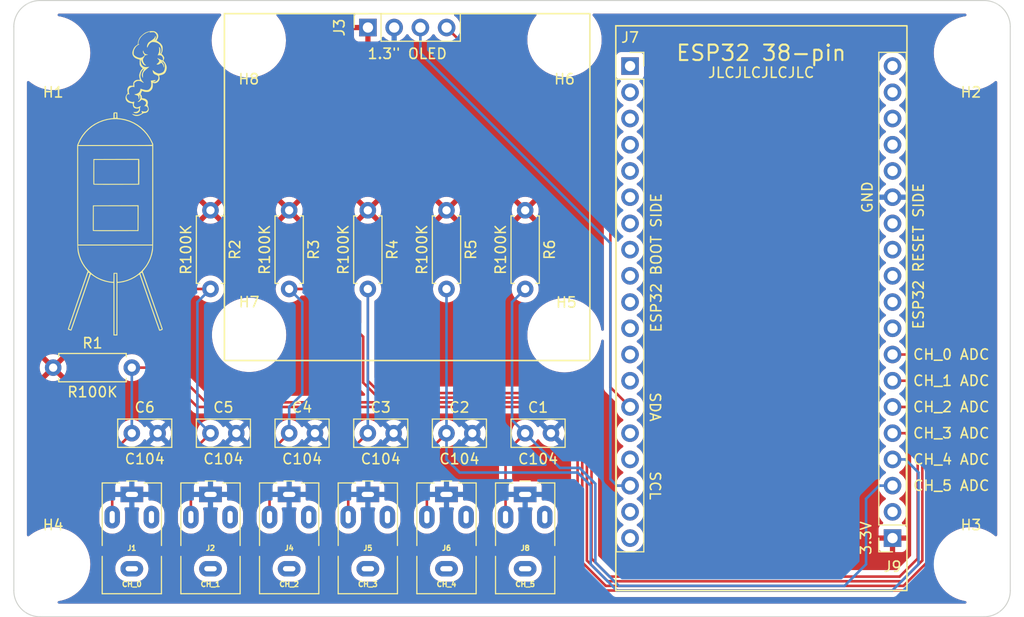
<source format=kicad_pcb>
(kicad_pcb (version 20211014) (generator pcbnew)
  (layers (0 "F.Cu" signal) (31 "B.Cu" signal) (34 "B.Paste" user) (35 "F.Paste" user) (36 "B.SilkS" user "B.Silkscreen") (37 "F.SilkS" user "F.Silkscreen") (38 "B.Mask" user) (39 "F.Mask" user) (44 "Edge.Cuts" user))
  (net 0 "")
  (net 1 "Net-(J8-Pad1)")
  (net 2 "Net-(C2-Pad1)")
  (net 3 "Net-(C3-Pad1)")
  (net 4 "Net-(C4-Pad1)")
  (net 5 "Net-(C5-Pad1)")
  (net 6 "Net-(C6-Pad1)")
  (net 9 "Net-(J3-Pad1)")
  (net 10 "Net-(J3-Pad3)")
  (net 11 "Net-(J3-Pad4)")
  (net 42 "Net-(C1-Pad2)")
  (footprint "Connector_PinSocket_2.54mm:PinSocket_1x19_P2.54mm_Vertical" (layer "F.Cu") (at 158.75 74.93)
    (fp_text reference "J7" (at 0 -2.77) (layer "F.SilkS"))
    (fp_text value "ESP32 BOOT SIDE" (at 2.54 19.05 90) (layer "F.SilkS"))
    (pad "1" thru_hole rect (at 0 0) (size 1.7 1.7) (drill 1) (layers *.Cu *.Mask))
    (pad "2" thru_hole oval (at 0 2.54) (size 1.7 1.7) (drill 1) (layers *.Cu *.Mask))
    (pad "3" thru_hole oval (at 0 5.08) (size 1.7 1.7) (drill 1) (layers *.Cu *.Mask))
    (pad "4" thru_hole oval (at 0 7.62) (size 1.7 1.7) (drill 1) (layers *.Cu *.Mask))
    (pad "5" thru_hole oval (at 0 10.16) (size 1.7 1.7) (drill 1) (layers *.Cu *.Mask))
    (pad "6" thru_hole oval (at 0 12.7) (size 1.7 1.7) (drill 1) (layers *.Cu *.Mask))
    (pad "7" thru_hole oval (at 0 15.24) (size 1.7 1.7) (drill 1) (layers *.Cu *.Mask))
    (pad "8" thru_hole oval (at 0 17.78) (size 1.7 1.7) (drill 1) (layers *.Cu *.Mask))
    (pad "9" thru_hole oval (at 0 20.32) (size 1.7 1.7) (drill 1) (layers *.Cu *.Mask))
    (pad "10" thru_hole oval (at 0 22.86) (size 1.7 1.7) (drill 1) (layers *.Cu *.Mask))
    (pad "11" thru_hole oval (at 0 25.4) (size 1.7 1.7) (drill 1) (layers *.Cu *.Mask))
    (pad "12" thru_hole oval (at 0 27.94) (size 1.7 1.7) (drill 1) (layers *.Cu *.Mask))
    (pad "13" thru_hole oval (at 0 30.48) (size 1.7 1.7) (drill 1) (layers *.Cu *.Mask))
    (pad "14" thru_hole oval (at 0 33.02) (size 1.7 1.7) (drill 1) (layers *.Cu *.Mask) (net 11 "Net-(J3-Pad4)"))
    (pad "15" thru_hole oval (at 0 35.56) (size 1.7 1.7) (drill 1) (layers *.Cu *.Mask))
    (pad "16" thru_hole oval (at 0 38.1) (size 1.7 1.7) (drill 1) (layers *.Cu *.Mask))
    (pad "17" thru_hole oval (at 0 40.64) (size 1.7 1.7) (drill 1) (layers *.Cu *.Mask) (net 10 "Net-(J3-Pad3)"))
    (pad "18" thru_hole oval (at 0 43.18) (size 1.7 1.7) (drill 1) (layers *.Cu *.Mask))
    (pad "19" thru_hole oval (at 0 45.72) (size 1.7 1.7) (drill 1) (layers *.Cu *.Mask))
  )
  (footprint "MyLibrary:Aliexpress PJ-210B 4-pin 2.5mm audio plug" (layer "F.Cu") (at 125.73 121.92)
    (fp_text reference "J4" (at 0 -0.3 unlocked) (layer "F.SilkS") (effects (font (size 0.5 0.5) (thickness 0.125))))
    (fp_text value "CH_2" (at 0 3.2 unlocked) (layer "F.SilkS") (effects (font (size 0.5 0.5) (thickness 0.125))))
    (pad "1" thru_hole oval (at -1.9 -3.3) (size 1.5 2.2) (drill oval 0.5 1.2) (layers *.Cu *.Mask) (net 4 "Net-(C4-Pad1)"))
    (pad "2" thru_hole oval (at 1.9 -3.3) (size 1.5 2.2) (drill oval 0.5 1.2) (layers *.Cu *.Mask))
    (pad "F" thru_hole oval (at 0 1.7) (size 2.2 1.5) (drill oval 1.2 0.5) (layers *.Cu *.Mask))
    (pad "R" thru_hole rect (at 0 -5.5) (size 2.2 1.5) (drill oval 1.2 0.5) (layers *.Cu *.Mask) (net 42 "Net-(C1-Pad2)"))
  )
  (footprint "MountingHole:MountingHole_3.2mm_M3" (layer "F.Cu") (at 121.82 72.44)
    (fp_text reference "H8" (at 0 3.76) (layer "F.SilkS"))
    (fp_text value "MountingHole")
    (pad "" np_thru_hole circle (at 0 0) (size 3.2 3.2) (drill 3.2) (layers F&B.Cu *.Mask) (clearance 2))
  )
  (footprint "Resistor_THT:R_Axial_DIN0207_L6.3mm_D2.5mm_P7.62mm_Horizontal" (layer "F.Cu") (at 133.35 88.9 -90)
    (fp_text reference "R4" (at 3.81 -2.37 90) (layer "F.SilkS"))
    (fp_text value "R100K" (at 3.81 2.37 90) (layer "F.SilkS"))
    (pad "1" thru_hole circle (at 0 0 270) (size 1.6 1.6) (drill 0.8) (layers *.Cu *.Mask) (net 9 "Net-(J3-Pad1)"))
    (pad "2" thru_hole oval (at 7.62 0 270) (size 1.6 1.6) (drill 0.8) (layers *.Cu *.Mask) (net 3 "Net-(C3-Pad1)"))
  )
  (footprint "Capacitor_THT:C_Disc_D5.0mm_W2.5mm_P2.50mm" (layer "F.Cu") (at 110.49 110.49)
    (fp_text reference "C6" (at 1.25 -2.5) (layer "F.SilkS"))
    (fp_text value "C104" (at 1.25 2.5) (layer "F.SilkS"))
    (pad "1" thru_hole circle (at 0 0) (size 1.6 1.6) (drill 0.8) (layers *.Cu *.Mask) (net 6 "Net-(C6-Pad1)"))
    (pad "2" thru_hole circle (at 2.5 0) (size 1.6 1.6) (drill 0.8) (layers *.Cu *.Mask) (net 42 "Net-(C1-Pad2)"))
  )
  (footprint "MountingHole:MountingHole_3.2mm_M3" (layer "F.Cu") (at 121.85 100.965)
    (fp_text reference "H7" (at 0 -3.175) (layer "F.SilkS"))
    (fp_text value "MountingHole")
    (pad "" np_thru_hole circle (at 0 0) (size 3.2 3.2) (drill 3.2) (layers F&B.Cu *.Mask) (clearance 2))
  )
  (footprint "LOGO" (layer "F.Cu") (at 109.22 86.36)
    (fp_text reference "G***" hide)
    (fp_text value "LOGO" hide)
  )
  (footprint "MyLibrary:Aliexpress PJ-210B 4-pin 2.5mm audio plug" (layer "F.Cu") (at 110.49 121.92)
    (fp_text reference "J1" (at 0 -0.3 unlocked) (layer "F.SilkS") (effects (font (size 0.5 0.5) (thickness 0.125))))
    (fp_text value "CH_0" (at 0 3.2 unlocked) (layer "F.SilkS") (effects (font (size 0.5 0.5) (thickness 0.125))))
    (pad "1" thru_hole oval (at -1.9 -3.3) (size 1.5 2.2) (drill oval 0.5 1.2) (layers *.Cu *.Mask) (net 6 "Net-(C6-Pad1)"))
    (pad "2" thru_hole oval (at 1.9 -3.3) (size 1.5 2.2) (drill oval 0.5 1.2) (layers *.Cu *.Mask))
    (pad "F" thru_hole oval (at 0 1.7) (size 2.2 1.5) (drill oval 1.2 0.5) (layers *.Cu *.Mask))
    (pad "R" thru_hole rect (at 0 -5.5) (size 2.2 1.5) (drill oval 1.2 0.5) (layers *.Cu *.Mask) (net 42 "Net-(C1-Pad2)"))
  )
  (footprint "Capacitor_THT:C_Disc_D5.0mm_W2.5mm_P2.50mm" (layer "F.Cu") (at 125.73 110.49)
    (fp_text reference "C4" (at 1.25 -2.5) (layer "F.SilkS"))
    (fp_text value "C104" (at 1.25 2.5) (layer "F.SilkS"))
    (pad "1" thru_hole circle (at 0 0) (size 1.6 1.6) (drill 0.8) (layers *.Cu *.Mask) (net 4 "Net-(C4-Pad1)"))
    (pad "2" thru_hole circle (at 2.5 0) (size 1.6 1.6) (drill 0.8) (layers *.Cu *.Mask) (net 42 "Net-(C1-Pad2)"))
  )
  (footprint "MountingHole:MountingHole_3.2mm_M3" (layer "F.Cu") (at 152.4 101)
    (fp_text reference "H5" (at 0.18 -3.175) (layer "F.SilkS"))
    (fp_text value "MountingHole")
    (pad "" np_thru_hole circle (at 0 0) (size 3.2 3.2) (drill 3.2) (layers F&B.Cu *.Mask) (clearance 2))
  )
  (footprint "Capacitor_THT:C_Disc_D5.0mm_W2.5mm_P2.50mm" (layer "F.Cu") (at 148.59 110.49)
    (fp_text reference "C1" (at 1.25 -2.5) (layer "F.SilkS"))
    (fp_text value "C104" (at 1.25 2.5) (layer "F.SilkS"))
    (pad "1" thru_hole circle (at 0 0) (size 1.6 1.6) (drill 0.8) (layers *.Cu *.Mask) (net 1 "Net-(J8-Pad1)"))
    (pad "2" thru_hole circle (at 2.5 0) (size 1.6 1.6) (drill 0.8) (layers *.Cu *.Mask) (net 42 "Net-(C1-Pad2)"))
  )
  (footprint "Connector_PinSocket_2.54mm:PinSocket_1x04_P2.54mm_Vertical" (layer "F.Cu") (at 133.36 71.1966 90)
    (fp_text reference "J3" (at 0 -2.77 90) (layer "F.SilkS"))
    (fp_text value "1.3\" OLED" (at -2.54 3.81 180) (layer "F.SilkS"))
    (pad "1" thru_hole rect (at 0 0 90) (size 1.7 1.7) (drill 1) (layers *.Cu *.Mask) (net 9 "Net-(J3-Pad1)"))
    (pad "2" thru_hole oval (at 0 2.54 90) (size 1.7 1.7) (drill 1) (layers *.Cu *.Mask) (net 42 "Net-(C1-Pad2)"))
    (pad "3" thru_hole oval (at 0 5.08 90) (size 1.7 1.7) (drill 1) (layers *.Cu *.Mask) (net 10 "Net-(J3-Pad3)"))
    (pad "4" thru_hole oval (at 0 7.62 90) (size 1.7 1.7) (drill 1) (layers *.Cu *.Mask) (net 11 "Net-(J3-Pad4)"))
  )
  (footprint "MyLibrary:Aliexpress PJ-210B 4-pin 2.5mm audio plug" (layer "F.Cu") (at 133.35 121.92)
    (fp_text reference "J5" (at 0 -0.3 unlocked) (layer "F.SilkS") (effects (font (size 0.5 0.5) (thickness 0.125))))
    (fp_text value "CH_3" (at 0 3.2 unlocked) (layer "F.SilkS") (effects (font (size 0.5 0.5) (thickness 0.125))))
    (pad "1" thru_hole oval (at -1.9 -3.3) (size 1.5 2.2) (drill oval 0.5 1.2) (layers *.Cu *.Mask) (net 3 "Net-(C3-Pad1)"))
    (pad "2" thru_hole oval (at 1.9 -3.3) (size 1.5 2.2) (drill oval 0.5 1.2) (layers *.Cu *.Mask))
    (pad "F" thru_hole oval (at 0 1.7) (size 2.2 1.5) (drill oval 1.2 0.5) (layers *.Cu *.Mask))
    (pad "R" thru_hole rect (at 0 -5.5) (size 2.2 1.5) (drill oval 1.2 0.5) (layers *.Cu *.Mask) (net 42 "Net-(C1-Pad2)"))
  )
  (footprint "MountingHole:MountingHole_3.2mm_M3" (layer "F.Cu") (at 152.4 72.39)
    (fp_text reference "H6" (at 0 3.81) (layer "F.SilkS"))
    (fp_text value "MountingHole")
    (pad "" np_thru_hole circle (at 0 0) (size 3.2 3.2) (drill 3.2) (layers F&B.Cu *.Mask) (clearance 2))
  )
  (footprint "Capacitor_THT:C_Disc_D5.0mm_W2.5mm_P2.50mm" (layer "F.Cu") (at 133.35 110.49)
    (fp_text reference "C3" (at 1.25 -2.5) (layer "F.SilkS"))
    (fp_text value "C104" (at 1.25 2.5) (layer "F.SilkS"))
    (pad "1" thru_hole circle (at 0 0) (size 1.6 1.6) (drill 0.8) (layers *.Cu *.Mask) (net 3 "Net-(C3-Pad1)"))
    (pad "2" thru_hole circle (at 2.5 0) (size 1.6 1.6) (drill 0.8) (layers *.Cu *.Mask) (net 42 "Net-(C1-Pad2)"))
  )
  (footprint "MyLibrary:Aliexpress PJ-210B 4-pin 2.5mm audio plug" (layer "F.Cu") (at 140.97 121.92)
    (fp_text reference "J6" (at 0 -0.3 unlocked) (layer "F.SilkS") (effects (font (size 0.5 0.5) (thickness 0.125))))
    (fp_text value "CH_4" (at 0 3.2 unlocked) (layer "F.SilkS") (effects (font (size 0.5 0.5) (thickness 0.125))))
    (pad "1" thru_hole oval (at -1.9 -3.3) (size 1.5 2.2) (drill oval 0.5 1.2) (layers *.Cu *.Mask) (net 2 "Net-(C2-Pad1)"))
    (pad "2" thru_hole oval (at 1.9 -3.3) (size 1.5 2.2) (drill oval 0.5 1.2) (layers *.Cu *.Mask))
    (pad "F" thru_hole oval (at 0 1.7) (size 2.2 1.5) (drill oval 1.2 0.5) (layers *.Cu *.Mask))
    (pad "R" thru_hole rect (at 0 -5.5) (size 2.2 1.5) (drill oval 1.2 0.5) (layers *.Cu *.Mask) (net 42 "Net-(C1-Pad2)"))
  )
  (footprint "MyLibrary:Aliexpress PJ-210B 4-pin 2.5mm audio plug" (layer "F.Cu") (at 118.11 121.92)
    (fp_text reference "J2" (at 0 -0.3 unlocked) (layer "F.SilkS") (effects (font (size 0.5 0.5) (thickness 0.125))))
    (fp_text value "CH_1" (at 0 3.2 unlocked) (layer "F.SilkS") (effects (font (size 0.5 0.5) (thickness 0.125))))
    (pad "1" thru_hole oval (at -1.9 -3.3) (size 1.5 2.2) (drill oval 0.5 1.2) (layers *.Cu *.Mask) (net 5 "Net-(C5-Pad1)"))
    (pad "2" thru_hole oval (at 1.9 -3.3) (size 1.5 2.2) (drill oval 0.5 1.2) (layers *.Cu *.Mask))
    (pad "F" thru_hole oval (at 0 1.7) (size 2.2 1.5) (drill oval 1.2 0.5) (layers *.Cu *.Mask))
    (pad "R" thru_hole rect (at 0 -5.5) (size 2.2 1.5) (drill oval 1.2 0.5) (layers *.Cu *.Mask) (net 42 "Net-(C1-Pad2)"))
  )
  (footprint "Connector_PinSocket_2.54mm:PinSocket_1x19_P2.54mm_Vertical" (layer "F.Cu") (at 184.175 120.65 180)
    (fp_text reference "J9" (at 0 -2.77) (layer "F.SilkS"))
    (fp_text value "ESP32 RESET SIDE" (at -2.515 27.305 90) (layer "F.SilkS"))
    (pad "1" thru_hole rect (at 0 0 180) (size 1.7 1.7) (drill 1) (layers *.Cu *.Mask) (net 9 "Net-(J3-Pad1)"))
    (pad "2" thru_hole oval (at 0 2.54 180) (size 1.7 1.7) (drill 1) (layers *.Cu *.Mask))
    (pad "3" thru_hole oval (at 0 5.08 180) (size 1.7 1.7) (drill 1) (layers *.Cu *.Mask) (net 1 "Net-(J8-Pad1)"))
    (pad "4" thru_hole oval (at 0 7.62 180) (size 1.7 1.7) (drill 1) (layers *.Cu *.Mask) (net 2 "Net-(C2-Pad1)"))
    (pad "5" thru_hole oval (at 0 10.16 180) (size 1.7 1.7) (drill 1) (layers *.Cu *.Mask) (net 3 "Net-(C3-Pad1)"))
    (pad "6" thru_hole oval (at 0 12.7 180) (size 1.7 1.7) (drill 1) (layers *.Cu *.Mask) (net 4 "Net-(C4-Pad1)"))
    (pad "7" thru_hole oval (at 0 15.24 180) (size 1.7 1.7) (drill 1) (layers *.Cu *.Mask) (net 5 "Net-(C5-Pad1)"))
    (pad "8" thru_hole oval (at 0 17.78 180) (size 1.7 1.7) (drill 1) (layers *.Cu *.Mask) (net 6 "Net-(C6-Pad1)"))
    (pad "9" thru_hole oval (at 0 20.32 180) (size 1.7 1.7) (drill 1) (layers *.Cu *.Mask))
    (pad "10" thru_hole oval (at 0 22.86 180) (size 1.7 1.7) (drill 1) (layers *.Cu *.Mask))
    (pad "11" thru_hole oval (at 0 25.4 180) (size 1.7 1.7) (drill 1) (layers *.Cu *.Mask))
    (pad "12" thru_hole oval (at 0 27.94 180) (size 1.7 1.7) (drill 1) (layers *.Cu *.Mask))
    (pad "13" thru_hole oval (at 0 30.48 180) (size 1.7 1.7) (drill 1) (layers *.Cu *.Mask))
    (pad "14" thru_hole oval (at 0 33.02 180) (size 1.7 1.7) (drill 1) (layers *.Cu *.Mask) (net 42 "Net-(C1-Pad2)"))
    (pad "15" thru_hole oval (at 0 35.56 180) (size 1.7 1.7) (drill 1) (layers *.Cu *.Mask))
    (pad "16" thru_hole oval (at 0 38.1 180) (size 1.7 1.7) (drill 1) (layers *.Cu *.Mask))
    (pad "17" thru_hole oval (at 0 40.64 180) (size 1.7 1.7) (drill 1) (layers *.Cu *.Mask))
    (pad "18" thru_hole oval (at 0 43.18 180) (size 1.7 1.7) (drill 1) (layers *.Cu *.Mask))
    (pad "19" thru_hole oval (at 0 45.72 180) (size 1.7 1.7) (drill 1) (layers *.Cu *.Mask))
  )
  (footprint "MyLibrary:Aliexpress PJ-210B 4-pin 2.5mm audio plug" (layer "F.Cu") (at 148.59 121.92)
    (fp_text reference "J8" (at 0 -0.3 unlocked) (layer "F.SilkS") (effects (font (size 0.5 0.5) (thickness 0.125))))
    (fp_text value "CH_5" (at 0 3.2 unlocked) (layer "F.SilkS") (effects (font (size 0.5 0.5) (thickness 0.125))))
    (pad "1" thru_hole oval (at -1.9 -3.3) (size 1.5 2.2) (drill oval 0.5 1.2) (layers *.Cu *.Mask) (net 1 "Net-(J8-Pad1)"))
    (pad "2" thru_hole oval (at 1.9 -3.3) (size 1.5 2.2) (drill oval 0.5 1.2) (layers *.Cu *.Mask))
    (pad "F" thru_hole oval (at 0 1.7) (size 2.2 1.5) (drill oval 1.2 0.5) (layers *.Cu *.Mask))
    (pad "R" thru_hole rect (at 0 -5.5) (size 2.2 1.5) (drill oval 1.2 0.5) (layers *.Cu *.Mask) (net 42 "Net-(C1-Pad2)"))
  )
  (footprint "Resistor_THT:R_Axial_DIN0207_L6.3mm_D2.5mm_P7.62mm_Horizontal" (layer "F.Cu") (at 118.11 88.9 -90)
    (fp_text reference "R2" (at 3.81 -2.37 90) (layer "F.SilkS"))
    (fp_text value "R100K" (at 3.81 2.37 90) (layer "F.SilkS"))
    (pad "1" thru_hole circle (at 0 0 270) (size 1.6 1.6) (drill 0.8) (layers *.Cu *.Mask) (net 9 "Net-(J3-Pad1)"))
    (pad "2" thru_hole oval (at 7.62 0 270) (size 1.6 1.6) (drill 0.8) (layers *.Cu *.Mask) (net 5 "Net-(C5-Pad1)"))
  )
  (footprint "Resistor_THT:R_Axial_DIN0207_L6.3mm_D2.5mm_P7.62mm_Horizontal" (layer "F.Cu") (at 148.59 88.9 -90)
    (fp_text reference "R6" (at 3.81 -2.37 90) (layer "F.SilkS"))
    (fp_text value "R100K" (at 3.81 2.37 90) (layer "F.SilkS"))
    (pad "1" thru_hole circle (at 0 0 270) (size 1.6 1.6) (drill 0.8) (layers *.Cu *.Mask) (net 9 "Net-(J3-Pad1)"))
    (pad "2" thru_hole oval (at 7.62 0 270) (size 1.6 1.6) (drill 0.8) (layers *.Cu *.Mask) (net 1 "Net-(J8-Pad1)"))
  )
  (footprint "MountingHole:MountingHole_3.2mm_M3" (layer "F.Cu") (at 191.77 123.19)
    (fp_text reference "H3" (at 0 -3.81) (layer "F.SilkS"))
    (fp_text value "MountingHole")
    (pad "" np_thru_hole circle (at 0 0) (size 3.2 3.2) (drill 3.2) (layers F&B.Cu *.Mask) (clearance 2))
  )
  (footprint "MountingHole:MountingHole_3.2mm_M3" (layer "F.Cu") (at 102.87 73.66)
    (fp_text reference "H1" (at 0 3.81) (layer "F.SilkS"))
    (fp_text value "MountingHole")
    (pad "" np_thru_hole circle (at 0 0) (size 3.2 3.2) (drill 3.2) (layers F&B.Cu *.Mask) (clearance 2))
  )
  (footprint "Resistor_THT:R_Axial_DIN0207_L6.3mm_D2.5mm_P7.62mm_Horizontal" (layer "F.Cu") (at 125.73 88.9 -90)
    (fp_text reference "R3" (at 3.81 -2.37 90) (layer "F.SilkS"))
    (fp_text value "R100K" (at 3.81 2.37 90) (layer "F.SilkS"))
    (pad "1" thru_hole circle (at 0 0 270) (size 1.6 1.6) (drill 0.8) (layers *.Cu *.Mask) (net 9 "Net-(J3-Pad1)"))
    (pad "2" thru_hole oval (at 7.62 0 270) (size 1.6 1.6) (drill 0.8) (layers *.Cu *.Mask) (net 4 "Net-(C4-Pad1)"))
  )
  (footprint "Resistor_THT:R_Axial_DIN0207_L6.3mm_D2.5mm_P7.62mm_Horizontal" (layer "F.Cu") (at 140.97 88.9 -90)
    (fp_text reference "R5" (at 3.81 -2.37 90) (layer "F.SilkS"))
    (fp_text value "R100K" (at 3.81 2.37 90) (layer "F.SilkS"))
    (pad "1" thru_hole circle (at 0 0 270) (size 1.6 1.6) (drill 0.8) (layers *.Cu *.Mask) (net 9 "Net-(J3-Pad1)"))
    (pad "2" thru_hole oval (at 7.62 0 270) (size 1.6 1.6) (drill 0.8) (layers *.Cu *.Mask) (net 2 "Net-(C2-Pad1)"))
  )
  (footprint "MountingHole:MountingHole_3.2mm_M3" (layer "F.Cu") (at 102.87 123.19)
    (fp_text reference "H4" (at 0 -3.81) (layer "F.SilkS"))
    (fp_text value "MountingHole")
    (pad "" np_thru_hole circle (at 0 0) (size 3.2 3.2) (drill 3.2) (layers F&B.Cu *.Mask) (clearance 2))
  )
  (footprint "MountingHole:MountingHole_3.2mm_M3" (layer "F.Cu") (at 191.77 73.66)
    (fp_text reference "H2" (at 0 3.81) (layer "F.SilkS"))
    (fp_text value "MountingHole")
    (pad "" np_thru_hole circle (at 0 0) (size 3.2 3.2) (drill 3.2) (layers F&B.Cu *.Mask) (clearance 2))
  )
  (footprint "Capacitor_THT:C_Disc_D5.0mm_W2.5mm_P2.50mm" (layer "F.Cu") (at 140.97 110.49)
    (fp_text reference "C2" (at 1.25 -2.5) (layer "F.SilkS"))
    (fp_text value "C104" (at 1.25 2.5) (layer "F.SilkS"))
    (pad "1" thru_hole circle (at 0 0) (size 1.6 1.6) (drill 0.8) (layers *.Cu *.Mask) (net 2 "Net-(C2-Pad1)"))
    (pad "2" thru_hole circle (at 2.5 0) (size 1.6 1.6) (drill 0.8) (layers *.Cu *.Mask) (net 42 "Net-(C1-Pad2)"))
  )
  (footprint "Resistor_THT:R_Axial_DIN0207_L6.3mm_D2.5mm_P7.62mm_Horizontal" (layer "F.Cu") (at 102.87 104.14)
    (fp_text reference "R1" (at 3.81 -2.37) (layer "F.SilkS"))
    (fp_text value "R100K" (at 3.81 2.37) (layer "F.SilkS"))
    (pad "1" thru_hole circle (at 0 0) (size 1.6 1.6) (drill 0.8) (layers *.Cu *.Mask) (net 9 "Net-(J3-Pad1)"))
    (pad "2" thru_hole oval (at 7.62 0) (size 1.6 1.6) (drill 0.8) (layers *.Cu *.Mask) (net 6 "Net-(C6-Pad1)"))
  )
  (footprint "Capacitor_THT:C_Disc_D5.0mm_W2.5mm_P2.50mm" (layer "F.Cu") (at 118.11 110.49)
    (fp_text reference "C5" (at 1.25 -2.5) (layer "F.SilkS"))
    (fp_text value "C104" (at 1.25 2.5) (layer "F.SilkS"))
    (pad "1" thru_hole circle (at 0 0) (size 1.6 1.6) (drill 0.8) (layers *.Cu *.Mask) (net 5 "Net-(C5-Pad1)"))
    (pad "2" thru_hole circle (at 2.5 0) (size 1.6 1.6) (drill 0.8) (layers *.Cu *.Mask) (net 42 "Net-(C1-Pad2)"))
  )
  (gr_rect (start 119.46 69.85) (end 154.86 103.45) (layer "F.SilkS") (width 0.15) (fill none))
  (gr_rect (start 157.37 71.03) (end 185.57 125.73) (layer "F.SilkS") (width 0.15) (fill none))
  (gr_line (start 101.6 68.58) (end 193.04 68.58) (layer "Edge.Cuts") (width 0.1))
  (gr_line (start 195.58 71.12) (end 195.58 125.73) (layer "Edge.Cuts") (width 0.1))
  (gr_arc (start 99.06 71.12) (mid 99.803949 69.323949) (end 101.6 68.58) (layer "Edge.Cuts") (width 0.1))
  (gr_arc (start 193.04 68.58) (mid 194.836051 69.323949) (end 195.58 71.12) (layer "Edge.Cuts") (width 0.1))
  (gr_arc (start 195.58 125.73) (mid 194.836051 127.526051) (end 193.04 128.27) (layer "Edge.Cuts") (width 0.1))
  (gr_line (start 193.04 128.27) (end 101.6 128.27) (layer "Edge.Cuts") (width 0.1))
  (gr_line (start 99.06 125.73) (end 99.06 71.12) (layer "Edge.Cuts") (width 0.1))
  (gr_arc (start 101.6 128.27) (mid 99.803949 127.526051) (end 99.06 125.73) (layer "Edge.Cuts") (width 0.1))
  (gr_text "CH_2 ADC" (at 189.865 107.95) (layer "F.SilkS") (effects (font (size 1 1))))
  (gr_text "SCL" (at 161.163 115.57 270) (layer "F.SilkS") (effects (font (size 1 1))))
  (gr_text "JLCJLCJLCJLC" (at 171.45 75.565) (layer "F.SilkS") (effects (font (size 1 1))))
  (gr_text "GND" (at 181.737 87.63 90) (layer "F.SilkS") (effects (font (size 1 1))))
  (gr_text "3.3V" (at 181.61 120.65 90) (layer "F.SilkS") (effects (font (size 1 1))))
  (gr_text "SDA" (at 161.163 107.95 270) (layer "F.SilkS") (effects (font (size 1 1))))
  (gr_text "CH_4 ADC" (at 189.865 113.03) (layer "F.SilkS") (effects (font (size 1 1))))
  (gr_text "CH_0 ADC" (at 189.865 102.87) (layer "F.SilkS") (effects (font (size 1 1))))
  (gr_text "CH_5 ADC" (at 189.865 115.57) (layer "F.SilkS") (effects (font (size 1 1))))
  (gr_text "CH_3 ADC" (at 189.865 110.49) (layer "F.SilkS") (effects (font (size 1 1))))
  (gr_text "CH_1 ADC" (at 189.865 105.41) (layer "F.SilkS") (effects (font (size 1 1))))
  (gr_text "ESP32 38-pin" (at 171.45 73.66) (layer "F.SilkS") (effects (font (size 1.5 1.5) (thickness 0.2))))
  (segment (start 146.69 112.39) (end 146.69 118.62) (width 0.25) (layer "F.Cu") (net 1))
  (segment (start 148.59 110.49) (end 146.69 112.39) (width 0.25) (layer "F.Cu") (net 1))
  (segment (start 155.38952 115.383803) (end 155.38952 123.003802) (width 0.25) (layer "B.Cu") (net 1))
  (segment (start 147.32 97.79) (end 147.32 109.22) (width 0.25) (layer "B.Cu") (net 1))
  (segment (start 181.61 116.84) (end 182.88 115.57) (width 0.25) (layer "B.Cu") (net 1))
  (segment (start 157.666198 125.28048) (end 179.51952 125.28048) (width 0.25) (layer "B.Cu") (net 1))
  (segment (start 147.32 109.22) (end 148.59 110.49) (width 0.25) (layer "B.Cu") (net 1))
  (segment (start 148.59 96.52) (end 147.32 97.79) (width 0.25) (layer "B.Cu") (net 1))
  (segment (start 155.38952 123.003802) (end 157.666198 125.28048) (width 0.25) (layer "B.Cu") (net 1))
  (segment (start 151.95048 113.85048) (end 153.856198 113.85048) (width 0.25) (layer "B.Cu") (net 1))
  (segment (start 179.51952 125.28048) (end 181.61 123.19) (width 0.25) (layer "B.Cu") (net 1))
  (segment (start 182.88 115.57) (end 184.175 115.57) (width 0.25) (layer "B.Cu") (net 1))
  (segment (start 148.59 110.49) (end 151.95048 113.85048) (width 0.25) (layer "B.Cu") (net 1))
  (segment (start 181.61 123.19) (end 181.61 116.84) (width 0.25) (layer "B.Cu") (net 1))
  (segment (start 153.856198 113.85048) (end 155.38952 115.383803) (width 0.25) (layer "B.Cu") (net 1))
  (segment (start 140.97 110.49) (end 139.07 112.39) (width 0.25) (layer "F.Cu") (net 2))
  (segment (start 139.07 112.39) (end 139.07 118.62) (width 0.25) (layer "F.Cu") (net 2))
  (segment (start 186.69 123.19) (end 186.69 114.3) (width 0.25) (layer "B.Cu") (net 2))
  (segment (start 154.94 123.19) (end 157.48 125.73) (width 0.25) (layer "B.Cu") (net 2))
  (segment (start 186.69 114.3) (end 185.42 113.03) (width 0.25) (layer "B.Cu") (net 2))
  (segment (start 153.67 114.3) (end 154.94 115.57) (width 0.25) (layer "B.Cu") (net 2))
  (segment (start 157.48 125.73) (end 184.15 125.73) (width 0.25) (layer "B.Cu") (net 2))
  (segment (start 140.97 113.03) (end 142.24 114.3) (width 0.25) (layer "B.Cu") (net 2))
  (segment (start 185.42 113.03) (end 184.175 113.03) (width 0.25) (layer "B.Cu") (net 2))
  (segment (start 140.97 110.49) (end 140.97 113.03) (width 0.25) (layer "B.Cu") (net 2))
  (segment (start 140.97 96.52) (end 140.97 110.49) (width 0.25) (layer "B.Cu") (net 2))
  (segment (start 184.15 125.73) (end 186.69 123.19) (width 0.25) (layer "B.Cu") (net 2))
  (segment (start 154.94 115.57) (end 154.94 123.19) (width 0.25) (layer "B.Cu") (net 2))
  (segment (start 142.24 114.3) (end 153.67 114.3) (width 0.25) (layer "B.Cu") (net 2))
  (segment (start 184.861406 124.38144) (end 186.61144 122.631406) (width 0.25) (layer "F.Cu") (net 3))
  (segment (start 134.54144 106.60144) (end 152.958591 106.60144) (width 0.25) (layer "F.Cu") (net 3))
  (segment (start 155.01856 122.631406) (end 156.768594 124.38144) (width 0.25) (layer "F.Cu") (net 3))
  (segment (start 155.01856 108.661409) (end 155.01856 122.631406) (width 0.25) (layer "F.Cu") (net 3))
  (segment (start 185.42 110.49) (end 184.175 110.49) (width 0.25) (layer "F.Cu") (net 3))
  (segment (start 186.61144 111.68144) (end 185.42 110.49) (width 0.25) (layer "F.Cu") (net 3))
  (segment (start 131.45 112.39) (end 131.45 118.62) (width 0.25) (layer "F.Cu") (net 3))
  (segment (start 133.35 96.52) (end 133.35 105.41) (width 0.25) (layer "F.Cu") (net 3))
  (segment (start 156.768594 124.38144) (end 184.861406 124.38144) (width 0.25) (layer "F.Cu") (net 3))
  (segment (start 186.61144 122.631406) (end 186.61144 111.68144) (width 0.25) (layer "F.Cu") (net 3))
  (segment (start 133.35 110.49) (end 131.45 112.39) (width 0.25) (layer "F.Cu") (net 3))
  (segment (start 152.958591 106.60144) (end 155.01856 108.661409) (width 0.25) (layer "F.Cu") (net 3))
  (segment (start 133.35 105.41) (end 134.54144 106.60144) (width 0.25) (layer "F.Cu") (net 3))
  (segment (start 133.35 96.52) (end 133.35 110.49) (width 0.25) (layer "B.Cu") (net 3))
  (segment (start 154.56904 108.847606) (end 154.56904 122.817604) (width 0.25) (layer "F.Cu") (net 4))
  (segment (start 132.90048 101.15048) (end 132.90048 105.596197) (width 0.25) (layer "F.Cu") (net 4))
  (segment (start 185.047604 124.83096) (end 187.06096 122.817604) (width 0.25) (layer "F.Cu") (net 4))
  (segment (start 156.582396 124.83096) (end 185.047604 124.83096) (width 0.25) (layer "F.Cu") (net 4))
  (segment (start 128.27 96.52) (end 132.90048 101.15048) (width 0.25) (layer "F.Cu") (net 4))
  (segment (start 125.73 110.49) (end 123.83 112.39) (width 0.25) (layer "F.Cu") (net 4))
  (segment (start 132.90048 105.596197) (end 134.355243 107.05096) (width 0.25) (layer "F.Cu") (net 4))
  (segment (start 152.772394 107.05096) (end 154.56904 108.847606) (width 0.25) (layer "F.Cu") (net 4))
  (segment (start 125.73 96.52) (end 128.27 96.52) (width 0.25) (layer "F.Cu") (net 4))
  (segment (start 186.69 107.95) (end 184.175 107.95) (width 0.25) (layer "F.Cu") (net 4))
  (segment (start 134.355243 107.05096) (end 152.772394 107.05096) (width 0.25) (layer "F.Cu") (net 4))
  (segment (start 187.06096 108.32096) (end 186.69 107.95) (width 0.25) (layer "F.Cu") (net 4))
  (segment (start 154.56904 122.817604) (end 156.582396 124.83096) (width 0.25) (layer "F.Cu") (net 4))
  (segment (start 187.06096 122.817604) (end 187.06096 108.32096) (width 0.25) (layer "F.Cu") (net 4))
  (segment (start 123.83 112.39) (end 123.83 118.62) (width 0.25) (layer "F.Cu") (net 4))
  (segment (start 127 97.79) (end 127 106.68) (width 0.25) (layer "B.Cu") (net 4))
  (segment (start 125.73 107.95) (end 125.73 110.49) (width 0.25) (layer "B.Cu") (net 4))
  (segment (start 125.73 96.52) (end 127 97.79) (width 0.25) (layer "B.Cu") (net 4))
  (segment (start 127 106.68) (end 125.73 107.95) (width 0.25) (layer "B.Cu") (net 4))
  (segment (start 118.11 110.49) (end 116.21 112.39) (width 0.25) (layer "F.Cu") (net 5))
  (segment (start 184.175 105.41) (end 186.69 105.41) (width 0.25) (layer "F.Cu") (net 5))
  (segment (start 115.57 96.52) (end 118.11 96.52) (width 0.25) (layer "F.Cu") (net 5))
  (segment (start 114.3 97.79) (end 115.57 96.52) (width 0.25) (layer "F.Cu") (net 5))
  (segment (start 117.66048 107.50048) (end 114.3 104.14) (width 0.25) (layer "F.Cu") (net 5))
  (segment (start 187.51048 123.003802) (end 185.233802 125.28048) (width 0.25) (layer "F.Cu") (net 5))
  (segment (start 114.3 104.14) (end 114.3 97.79) (width 0.25) (layer "F.Cu") (net 5))
  (segment (start 152.586197 107.50048) (end 117.66048 107.50048) (width 0.25) (layer "F.Cu") (net 5))
  (segment (start 116.21 112.39) (end 116.21 118.62) (width 0.25) (layer "F.Cu") (net 5))
  (segment (start 185.233802 125.28048) (end 156.396198 125.28048) (width 0.25) (layer "F.Cu") (net 5))
  (segment (start 187.51048 106.23048) (end 187.51048 123.003802) (width 0.25) (layer "F.Cu") (net 5))
  (segment (start 154.11952 109.033803) (end 152.586197 107.50048) (width 0.25) (layer "F.Cu") (net 5))
  (segment (start 186.69 105.41) (end 187.51048 106.23048) (width 0.25) (layer "F.Cu") (net 5))
  (segment (start 156.396198 125.28048) (end 154.11952 123.003802) (width 0.25) (layer "F.Cu") (net 5))
  (segment (start 154.11952 123.003802) (end 154.11952 109.033803) (width 0.25) (layer "F.Cu") (net 5))
  (segment (start 116.84 97.79) (end 116.84 109.22) (width 0.25) (layer "B.Cu") (net 5))
  (segment (start 116.84 109.22) (end 118.11 110.49) (width 0.25) (layer "B.Cu") (net 5))
  (segment (start 118.11 96.52) (end 116.84 97.79) (width 0.25) (layer "B.Cu") (net 5))
  (segment (start 108.59 112.39) (end 108.59 118.62) (width 0.25) (layer "F.Cu") (net 6))
  (segment (start 113.03 104.14) (end 116.84 107.95) (width 0.25) (layer "F.Cu") (net 6))
  (segment (start 110.49 104.14) (end 113.03 104.14) (width 0.25) (layer "F.Cu") (net 6))
  (segment (start 156.21 125.73) (end 185.42 125.73) (width 0.25) (layer "F.Cu") (net 6))
  (segment (start 110.49 110.49) (end 108.59 112.39) (width 0.25) (layer "F.Cu") (net 6))
  (segment (start 152.4 107.95) (end 153.67 109.22) (width 0.25) (layer "F.Cu") (net 6))
  (segment (start 187.96 104.14) (end 186.69 102.87) (width 0.25) (layer "F.Cu") (net 6))
  (segment (start 186.69 102.87) (end 184.175 102.87) (width 0.25) (layer "F.Cu") (net 6))
  (segment (start 187.96 123.19) (end 187.96 104.14) (width 0.25) (layer "F.Cu") (net 6))
  (segment (start 153.67 123.19) (end 156.21 125.73) (width 0.25) (layer "F.Cu") (net 6))
  (segment (start 185.42 125.73) (end 187.96 123.19) (width 0.25) (layer "F.Cu") (net 6))
  (segment (start 116.84 107.95) (end 152.4 107.95) (width 0.25) (layer "F.Cu") (net 6))
  (segment (start 153.67 109.22) (end 153.67 123.19) (width 0.25) (layer "F.Cu") (net 6))
  (segment (start 110.49 104.14) (end 110.49 110.49) (width 0.25) (layer "B.Cu") (net 6))
  (segment (start 156.845 114.935) (end 157.48 115.57) (width 0.25) (layer "B.Cu") (net 10))
  (segment (start 156.845 92.075) (end 156.845 114.935) (width 0.25) (layer "B.Cu") (net 10))
  (segment (start 138.44 71.1966) (end 138.44 73.67) (width 0.25) (layer "B.Cu") (net 10))
  (segment (start 157.48 115.57) (end 158.75 115.57) (width 0.25) (layer "B.Cu") (net 10))
  (segment (start 138.44 73.67) (end 156.845 92.075) (width 0.25) (layer "B.Cu") (net 10))
  (segment (start 156.845 106.045) (end 156.845 87.0616) (width 0.25) (layer "F.Cu") (net 11))
  (segment (start 158.75 107.95) (end 156.845 106.045) (width 0.25) (layer "F.Cu") (net 11))
  (segment (start 156.845 87.0616) (end 140.98 71.1966) (width 0.25) (layer "F.Cu") (net 11))
  (zone (net 9) (net_name "Net-(J3-Pad1)") (layer "F.Cu") (connect_pads (clearance 0.508)) (min_thickness 0.254) (fill yes (thermal_gap 0.508) (thermal_bridge_width 0.508) (smoothing fillet) (radius 1))
    (polygon (pts (xy 194.31 127) (xy 100.33 127) (xy 100.33 69.85) (xy 194.31 69.85)))
  )
  (zone (net 42) (net_name "Net-(C1-Pad2)") (layer "B.Cu") (connect_pads (clearance 0.508)) (min_thickness 0.254) (fill yes (thermal_gap 0.508) (thermal_bridge_width 0.508))
    (polygon (pts (xy 194.31 127) (xy 100.33 127) (xy 100.33 69.85) (xy 194.31 69.85)))
  )
)
</source>
